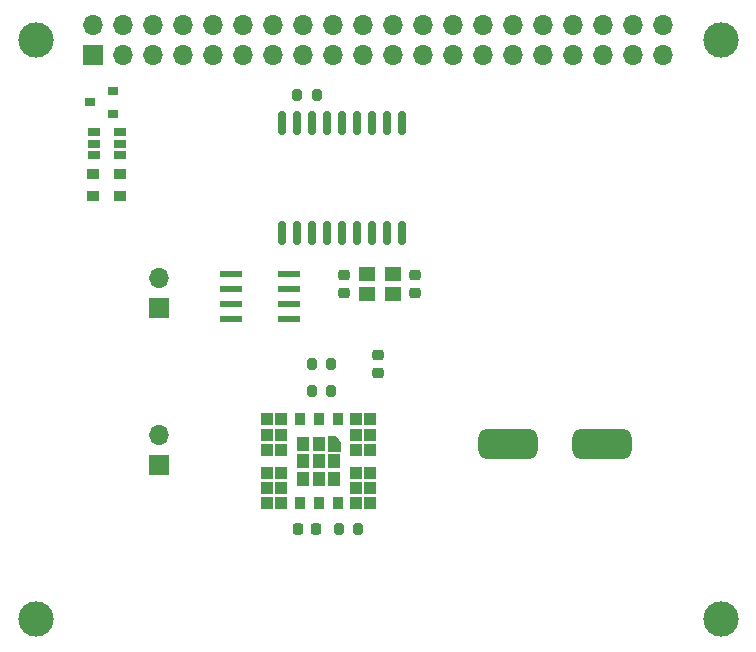
<source format=gbr>
%TF.GenerationSoftware,KiCad,Pcbnew,6.0.0*%
%TF.CreationDate,2022-01-12T19:36:27-05:00*%
%TF.ProjectId,raspi-hat,72617370-692d-4686-9174-2e6b69636164,rev?*%
%TF.SameCoordinates,Original*%
%TF.FileFunction,Soldermask,Top*%
%TF.FilePolarity,Negative*%
%FSLAX46Y46*%
G04 Gerber Fmt 4.6, Leading zero omitted, Abs format (unit mm)*
G04 Created by KiCad (PCBNEW 6.0.0) date 2022-01-12 19:36:27*
%MOMM*%
%LPD*%
G01*
G04 APERTURE LIST*
G04 Aperture macros list*
%AMRoundRect*
0 Rectangle with rounded corners*
0 $1 Rounding radius*
0 $2 $3 $4 $5 $6 $7 $8 $9 X,Y pos of 4 corners*
0 Add a 4 corners polygon primitive as box body*
4,1,4,$2,$3,$4,$5,$6,$7,$8,$9,$2,$3,0*
0 Add four circle primitives for the rounded corners*
1,1,$1+$1,$2,$3*
1,1,$1+$1,$4,$5*
1,1,$1+$1,$6,$7*
1,1,$1+$1,$8,$9*
0 Add four rect primitives between the rounded corners*
20,1,$1+$1,$2,$3,$4,$5,0*
20,1,$1+$1,$4,$5,$6,$7,0*
20,1,$1+$1,$6,$7,$8,$9,0*
20,1,$1+$1,$8,$9,$2,$3,0*%
G04 Aperture macros list end*
%ADD10C,0.100000*%
%ADD11C,3.000000*%
%ADD12R,1.000000X0.845000*%
%ADD13R,1.060000X0.650000*%
%ADD14R,0.900000X0.800000*%
%ADD15RoundRect,0.150000X0.150000X-0.875000X0.150000X0.875000X-0.150000X0.875000X-0.150000X-0.875000X0*%
%ADD16RoundRect,0.225000X0.225000X0.250000X-0.225000X0.250000X-0.225000X-0.250000X0.225000X-0.250000X0*%
%ADD17R,0.990600X1.092200*%
%ADD18R,0.889000X1.092200*%
%ADD19R,0.127000X0.127000*%
%ADD20R,1.092200X1.295400*%
%ADD21RoundRect,0.200000X-0.200000X-0.275000X0.200000X-0.275000X0.200000X0.275000X-0.200000X0.275000X0*%
%ADD22R,1.400000X1.200000*%
%ADD23RoundRect,0.225000X-0.250000X0.225000X-0.250000X-0.225000X0.250000X-0.225000X0.250000X0.225000X0*%
%ADD24RoundRect,0.225000X0.250000X-0.225000X0.250000X0.225000X-0.250000X0.225000X-0.250000X-0.225000X0*%
%ADD25RoundRect,0.200000X0.200000X0.275000X-0.200000X0.275000X-0.200000X-0.275000X0.200000X-0.275000X0*%
%ADD26R,1.700000X1.700000*%
%ADD27O,1.700000X1.700000*%
%ADD28R,1.981200X0.540800*%
%ADD29RoundRect,0.625000X1.875000X0.625000X-1.875000X0.625000X-1.875000X-0.625000X1.875000X-0.625000X0*%
G04 APERTURE END LIST*
D10*
X107841199Y-99147699D02*
X106748999Y-99147699D01*
X106748999Y-99147699D02*
X106748999Y-97852299D01*
X106748999Y-97852299D02*
X107358599Y-97852299D01*
X107358599Y-97852299D02*
X107841199Y-98334899D01*
X107841199Y-98334899D02*
X107841199Y-99147699D01*
G36*
X107841199Y-98334899D02*
G01*
X107841199Y-99147699D01*
X106748999Y-99147699D01*
X106748999Y-97852299D01*
X107358599Y-97852299D01*
X107841199Y-98334899D01*
G37*
X107841199Y-98334899D02*
X107841199Y-99147699D01*
X106748999Y-99147699D01*
X106748999Y-97852299D01*
X107358599Y-97852299D01*
X107841199Y-98334899D01*
D11*
X82040000Y-64310000D03*
X140040000Y-64330000D03*
X82040000Y-113320000D03*
X140030000Y-113310000D03*
D12*
X86900000Y-75637500D03*
X86900000Y-77562500D03*
X89200000Y-75637500D03*
X89200000Y-77562500D03*
D13*
X86950000Y-72150000D03*
X86950000Y-73100000D03*
X86950000Y-74050000D03*
X89150000Y-74050000D03*
X89150000Y-73100000D03*
X89150000Y-72150000D03*
D14*
X88600000Y-70550000D03*
X88600000Y-68650000D03*
X86600000Y-69600000D03*
D15*
X102920000Y-80650000D03*
X104190000Y-80650000D03*
X105460000Y-80650000D03*
X106730000Y-80650000D03*
X108000000Y-80650000D03*
X109270000Y-80650000D03*
X110540000Y-80650000D03*
X111810000Y-80650000D03*
X113080000Y-80650000D03*
X113080000Y-71350000D03*
X111810000Y-71350000D03*
X110540000Y-71350000D03*
X109270000Y-71350000D03*
X108000000Y-71350000D03*
X106730000Y-71350000D03*
X105460000Y-71350000D03*
X104190000Y-71350000D03*
X102920000Y-71350000D03*
D16*
X105775000Y-105750000D03*
X104225000Y-105750000D03*
D17*
X110345099Y-96449999D03*
X110345099Y-97749999D03*
X110345099Y-99049999D03*
X109145102Y-96449999D03*
X109145102Y-97749999D03*
X109145102Y-99049999D03*
D18*
X107595102Y-96449999D03*
X105995102Y-96449999D03*
X104395102Y-96449999D03*
D17*
X102845102Y-96449999D03*
X102845102Y-97749999D03*
X102845102Y-99049999D03*
X101645102Y-96449999D03*
X101645102Y-97749999D03*
X101645102Y-99049999D03*
X102845102Y-100950000D03*
X102845102Y-102250000D03*
X102845102Y-103550000D03*
X101645102Y-100950000D03*
X101645102Y-102250000D03*
X101645102Y-103550000D03*
D18*
X104395102Y-103550000D03*
X105995102Y-103550000D03*
X107595102Y-103550000D03*
D17*
X109145102Y-103550000D03*
X109145102Y-102250000D03*
X109145102Y-100950000D03*
X110345102Y-103550000D03*
X110345102Y-102250000D03*
X110345102Y-100950000D03*
D19*
X107295099Y-98499999D03*
D20*
X105995099Y-98499999D03*
X104695099Y-98499999D03*
X107295099Y-100000000D03*
X105995099Y-100000000D03*
X104695099Y-100000000D03*
X107295099Y-101500000D03*
X105995099Y-101500000D03*
X104695099Y-101500000D03*
D21*
X105425000Y-91750000D03*
X107075000Y-91750000D03*
D22*
X112250000Y-84150000D03*
X110050000Y-84150000D03*
X110050000Y-85850000D03*
X112250000Y-85850000D03*
D23*
X108150000Y-84225000D03*
X108150000Y-85775000D03*
D24*
X111000000Y-92525000D03*
X111000000Y-90975000D03*
D25*
X105825000Y-69000000D03*
X104175000Y-69000000D03*
D26*
X92500000Y-100275000D03*
D27*
X92500000Y-97735000D03*
D28*
X103464999Y-87905000D03*
X103464999Y-86635000D03*
X103464999Y-85365000D03*
X103464999Y-84095000D03*
X98535001Y-84095000D03*
X98535001Y-85365000D03*
X98535001Y-86635000D03*
X98535001Y-87905000D03*
D25*
X107075000Y-94000000D03*
X105425000Y-94000000D03*
D24*
X114150000Y-85775000D03*
X114150000Y-84225000D03*
D25*
X109325000Y-105750000D03*
X107675000Y-105750000D03*
D26*
X92500000Y-87000000D03*
D27*
X92500000Y-84460000D03*
D29*
X122050000Y-98545000D03*
X129950000Y-98545000D03*
D26*
X86920000Y-65590000D03*
D27*
X86920000Y-63050000D03*
X89460000Y-65590000D03*
X89460000Y-63050000D03*
X92000000Y-65590000D03*
X92000000Y-63050000D03*
X94540000Y-65590000D03*
X94540000Y-63050000D03*
X97080000Y-65590000D03*
X97080000Y-63050000D03*
X99620000Y-65590000D03*
X99620000Y-63050000D03*
X102160000Y-65590000D03*
X102160000Y-63050000D03*
X104700000Y-65590000D03*
X104700000Y-63050000D03*
X107240000Y-65590000D03*
X107240000Y-63050000D03*
X109780000Y-65590000D03*
X109780000Y-63050000D03*
X112320000Y-65590000D03*
X112320000Y-63050000D03*
X114860000Y-65590000D03*
X114860000Y-63050000D03*
X117400000Y-65590000D03*
X117400000Y-63050000D03*
X119940000Y-65590000D03*
X119940000Y-63050000D03*
X122480000Y-65590000D03*
X122480000Y-63050000D03*
X125020000Y-65590000D03*
X125020000Y-63050000D03*
X127560000Y-65590000D03*
X127560000Y-63050000D03*
X130100000Y-65590000D03*
X130100000Y-63050000D03*
X132640000Y-65590000D03*
X132640000Y-63050000D03*
X135180000Y-65590000D03*
X135180000Y-63050000D03*
M02*

</source>
